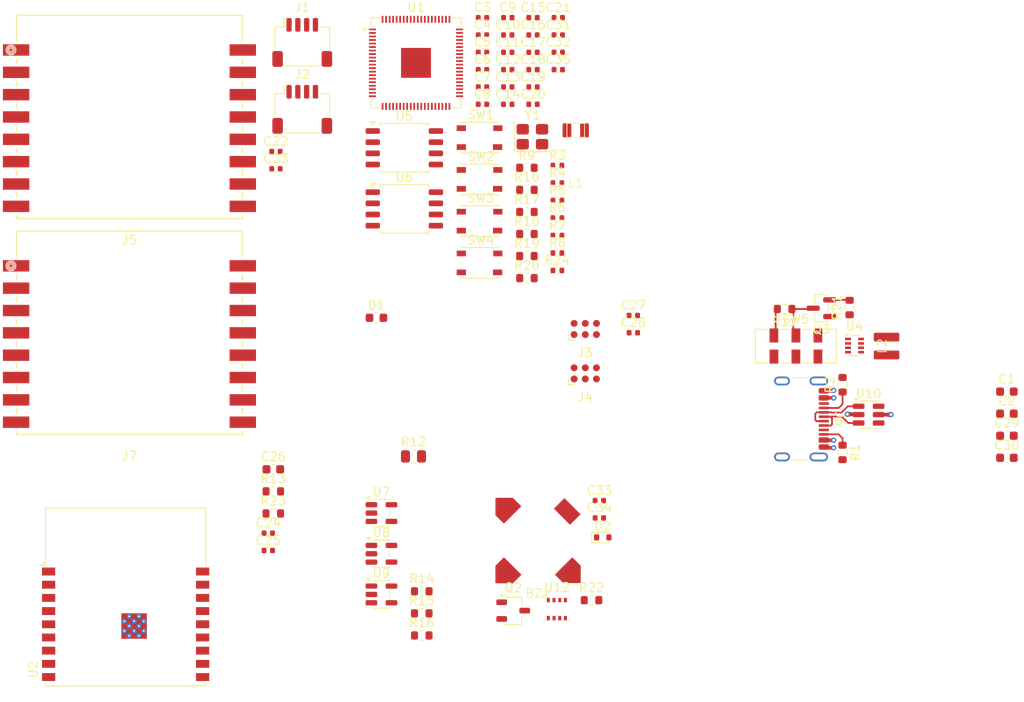
<source format=kicad_pcb>
(kicad_pcb (version 20241229) (generator "pcbnew") (generator_version "9.0")
  (layers (0 "F.Cu" signal) (2 "B.Cu" signal) (13 "F.Paste" user) (15 "B.Paste" user) (5 "F.SilkS" user "F.Silkscreen") (7 "B.SilkS" user "B.Silkscreen") (1 "F.Mask" user) (3 "B.Mask" user) (25 "Edge.Cuts" user))
  (net 0 "")
  (net 1 "+5V")
  (net 10 "/ESP_EN")
  (net 13 "/PERIPHERICS/RP_SDA")
  (net 15 "Net-(BZ1--)")
  (net 16 "Net-(U1-GPIO12)")
  (net 18 "/PERIPHERICS/RP_CLK")
  (net 21 "/RP_NRESET")
  (net 23 "/ESP_BOOT")
  (net 27 "/ESP_RX")
  (net 29 "/ESP_TX")
  (net 30 "Net-(U1-GPIO11)")
  (net 32 "Net-(D1-A)")
  (net 36 "/USB_PORTS/USB0_DN")
  (net 38 "/SDA")
  (net 40 "/USB_PORTS/USB0_DP")
  (net 45 "/SCL")
  (net 47 "/BZZ_PWM")
  (net 48 "Net-(U2-IO8)")
  (net 49 "Net-(R24-Pad1)")
  (net 50 "GND")
  (net 51 "+3V3")
  (net 52 "+3V3_USB")
  (net 54 "Net-(U1-VREG_AVDD)")
  (net 56 "Net-(J6-CC1)")
  (net 57 "Net-(J6-CC2)")
  (net 58 "Net-(U1-VREG_LX)")
  (net 59 "+1V1")
  (net 60 "Net-(U1-XIN)")
  (net 61 "Net-(C19-Pad1)")
  (net 62 "/MK_AIN")
  (net 63 "VUSB0")
  (net 64 "/RP_CLK")
  (net 65 "/RP_SWO")
  (net 66 "+3V3_TC1")
  (net 67 "+3V3_TC2")
  (net 68 "Net-(U1-USB_DP)")
  (net 69 "Net-(U1-USB_DM)")
  (net 70 "Net-(U1-XOUT)")
  (net 71 "Net-(R7-Pad2)")
  (net 72 "Net-(R8-Pad1)")
  (net 73 "/RP2350B/QSPI_SS")
  (net 74 "Net-(U5-~{CS})")
  (net 75 "Net-(U6-~{CS})")
  (net 76 "Net-(U7-EN)")
  (net 77 "Net-(U8-EN)")
  (net 78 "Net-(U9-EN)")
  (net 79 "/RP2350B/QSPI_SCLK")
  (net 80 "/RP2350B/QSPI_SD0")
  (net 81 "/RP_SS1")
  (net 82 "/RP_MOSI")
  (net 83 "/RP_MISO")
  (net 84 "/RP2350B/QSPI_SD1")
  (net 85 "/RP2350B/QSPI_SD3")
  (net 86 "/RP_SWCLK")
  (net 87 "/RP2350B/QSPI_SD2")
  (net 88 "/RP_SWD")
  (net 89 "/MK_RST")
  (net 90 "/MK_RX")
  (net 91 "/MK_TX")
  (net 92 "/MK_PWM")
  (net 96 "Net-(U4-SW)")
  (net 97 "/MK_INT")
  (net 98 "/USB0_DP")
  (net 99 "/USB0_DN")
  (net 101 "/RP_SS0")
  (net 106 "/RP_SS2")
  (net 107 "Net-(Q3-G)")
  (footprint "Resistor_SMD:R_0402_1005Metric" (layer "F.Cu") (at 101.195 66.33)
    (property "Reference" "R7")
    (property "Value" "1K")
  )
  (footprint "Button_Switch_SMD:SW_Push_1P1T_NO_Vertical_Wuerth_434133025816" (layer "F.Cu") (at 92.355 64.7)
    (property "Reference" "SW3")
    (property "Value" "SW_Push")
  )
  (footprint "Capacitor_SMD:C_0402_1005Metric" (layer "F.Cu") (at 92.685 47.47)
    (property "Reference" "C6")
    (property "Value" "4.7uF")
  )
  (footprint "Capacitor_SMD:C_0402_1005Metric" (layer "F.Cu") (at 101.295 45.5)
    (property "Reference" "C32")
    (property "Value" "100nF")
  )
  (footprint "Resistor_SMD:R_0603_1608Metric" (layer "F.Cu") (at 97.735 63.65)
    (property "Reference" "R17")
    (property "Value" "2.2K")
  )
  (footprint "Capacitor_SMD:C_0603_1608Metric" (layer "F.Cu") (at 152.275 91.61)
    (property "Reference" "C30")
    (property "Value" "10uF")
  )
  (footprint "Resistor_SMD:R_0402_1005Metric" (layer "F.Cu") (at 101.195 64.34)
    (property "Reference" "R6")
    (property "Value" "1K")
  )
  (footprint "Inductor_SMD:L_0603_1608Metric" (layer "F.Cu") (at 80.635 75.69)
    (property "Reference" "D1")
    (property "Value" "LG")
  )
  (footprint "Capacitor_SMD:C_0402_1005Metric" (layer "F.Cu") (at 68.345 100.18)
    (property "Reference" "C24")
    (property "Value" "100nF")
  )
  (footprint "Resistor_SMD:R_0603_1608Metric" (layer "F.Cu") (at 85.785 111.81)
    (property "Reference" "R16")
    (property "Value" "10k")
  )
  (footprint "Capacitor_SMD:C_0402_1005Metric" (layer "F.Cu") (at 69.215 58.75)
    (property "Reference" "C23")
    (property "Value" "100nF")
  )
  (footprint "Resistor_SMD:R_0603_1608Metric" (layer "F.Cu") (at 97.735 58.63)
    (property "Reference" "R9")
    (property "Value" "0")
  )
  (footprint "Connector_JST:JST_SH_SM04B-SRSS-TB_1x04-1MP_P1.00mm_Horizontal" (layer "F.Cu") (at 72.205 44.38)
    (property "Reference" "J1")
    (property "Value" "Conn_01x04")
  )
  (footprint "Capacitor_SMD:C_0402_1005Metric" (layer "F.Cu") (at 92.685 43.53)
    (property "Reference" "C4")
    (property "Value" "4.7uF")
  )
  (footprint "Package_DFN_QFN:QFN-80-1EP_10x10mm_P0.4mm_EP3.4x3.4mm" (layer "F.Cu") (at 85.13 46.7)
    (property "Reference" "U1")
    (property "Value" "RP2350B")
  )
  (footprint "Package_TO_SOT_SMD:TSOT-23" (layer "F.Cu") (at 96.175 108.985)
    (property "Reference" "Q2")
    (property "Value" "AO3400A")
  )
  (footprint "Capacitor_SMD:C_0402_1005Metric" (layer "F.Cu") (at 101.295 43.53)
    (property "Reference" "C31")
    (property "Value" "100nF")
  )
  (footprint "Connector:Tag-Connect_TC2030-IDC-NL_2x03_P1.27mm_Vertical" (layer "F.Cu") (at 104.365 82.01)
    (property "Reference" "J4")
    (property "Value" "TC2030")
  )
  (footprint "Package_TO_SOT_SMD:SOT-583-8" (layer "F.Cu") (at 134.96 78.85)
    (property "Reference" "U4")
    (property "Value" "TPS628502")
  )
  (footprint "Resistor_SMD:R_0402_1005Metric" (layer "F.Cu") (at 101.195 58.37)
    (property "Reference" "R3")
    (property "Value" "33")
  )
  (footprint "Resistor_SMD:R_0603_1608Metric" (layer "F.Cu") (at 97.735 68.67)
    (property "Reference" "R19")
    (property "Value" "10k")
  )
  (footprint "Capacitor_SMD:C_0402_1005Metric" (layer "F.Cu") (at 95.555 43.53)
    (property "Reference" "C10")
    (property "Value" "100nF")
  )
  (footprint "Resistor_SMD:R_0603_1608Metric" (layer "F.Cu") (at 97.735 71.18)
    (property "Reference" "R20")
    (property "Value" "10k")
  )
  (footprint "sadman_power_passive:L_1212_3030Metric" (layer "F.Cu") (at 138.6 78.9 90)
    (property "Reference" "L2")
    (property "Value" "680nF")
  )
  (footprint "Capacitor_SMD:C_0402_1005Metric" (layer "F.Cu") (at 98.425 41.56)
    (property "Reference" "C15")
    (property "Value" "100nF")
  )
  (footprint "Resistor_SMD:R_0603_1608Metric" (layer "F.Cu") (at 85.785 109.3)
    (property "Reference" "R15")
    (property "Value" "10k")
  )
  (footprint "Capacitor_SMD:C_0603_1608Metric" (layer "F.Cu") (at 152.275 86.59)
    (property "Reference" "C2")
    (property "Value" "10uF")
  )
  (footprint "Capacitor_SMD:C_0402_1005Metric" (layer "F.Cu") (at 98.425 43.53)
    (property "Reference" "C16")
    (property "Value" "100nF")
  )
  (footprint "Connector:Tag-Connect_TC2030-IDC-NL_2x03_P1.27mm_Vertical" (layer "F.Cu") (at 104.365 76.96)
    (property "Reference" "J3")
    (property "Value" "TC2030")
  )
  (footprint "Capacitor_SMD:C_0402_1005Metric" (layer "F.Cu") (at 92.685 51.41)
    (property "Reference" "C8")
    (property "Value" "4.7uF")
  )
  (footprint "Resistor_SMD:R_0603_1608Metric" (layer "F.Cu") (at 105.075 107.8)
    (property "Reference" "R22")
    (property "Value" "10k")
  )
  (footprint "Button_Switch_SMD:SW_Push_1P1T_NO_Vertical_Wuerth_434133025816" (layer "F.Cu") (at 92.355 55.2)
    (property "Reference" "SW1")
    (property "Value" "SW_Push")
  )
  (footprint "Capacitor_SMD:C_0402_1005Metric" (layer "F.Cu") (at 95.555 51.41)
    (property "Reference" "C14")
    (property "Value" "100nF")
  )
  (footprint "Capacitor_SMD:C_0402_1005Metric" (layer "F.Cu") (at 92.685 41.56)
    (property "Reference" "C3")
    (property "Value" "4.7uF")
  )
  (footprint "Sadman_connectors:CONN2X8_MIKROE-4248_MKE" (layer "F.Cu") (at 52.570197 77.3937)
    (property "Reference" "J7")
    (property "Value" "Conn_02x08_Counter_Clockwise")
  )
  (footprint "Capacitor_SMD:C_0402_1005Metric" (layer "F.Cu") (at 101.295 47.47)
    (property "Reference" "C35")
    (property "Value" "100nF")
  )
  (footprint "Capacitor_SMD:C_0402_1005Metric" (layer "F.Cu") (at 68.345 102.15)
    (property "Reference" "C25")
    (property "Value" "100nF")
  )
  (footprint "Resistor_SMD:R_0603_1608Metric" (layer "F.Cu") (at 134.4 74.525 90)
    (property "Reference" "R21")
    (property "Value" "10k")
  )
  (footprint "Crystal:Crystal_SMD_3225-4Pin_3.2x2.5mm" (layer "F.Cu") (at 98.355 55.1)
    (property "Reference" "Y1")
    (property "Value" "12MHz")
  )
  (footprint "Capacitor_SMD:C_0402_1005Metric" (layer "F.Cu") (at 109.825 75.42)
    (property "Reference" "C27")
    (property "Value" "100nF")
  )
  (footprint "Capacitor_SMD:C_0603_1608Metric" (layer "F.Cu") (at 152.275 89.1)
    (property "Reference" "C29")
    (property "Value" "10uF")
  )
  (footprint "Sadman_audio:SMT-0827-S-HT-R" (layer "F.Cu") (at 99.005 101.02)
    (property "Reference" "BZ1")
    (property "Value" "Buzzer")
  )
  (footprint "sadman_power_passive:L_0806_2016Metric" (layer "F.Cu") (at 103.28 54.375)
    (property "Reference" "L1")
    (property "Value" "3.3uH")
  )
  (footprint "Capacitor_SMD:C_0402_1005Metric" (layer "F.Cu") (at 105.965 98.45)
    (property "Reference" "C34")
    (property "Value" "100nF")
  )
  (footprint "Capacitor_SMD:C_0603_1608Metric" (layer "F.Cu") (at 152.275 84.08)
    (property "Reference" "C1")
    (property "Value" "10uF")
  )
  (footprint "Connector_USB:USB_C_Receptacle_GCT_USB4105-xx-A_16P_TopMnt_Horizontal" (layer "F.Cu") (at 127.795 87.19 -90)
    (property "Reference" "J6")
    (property "Value" "USB_C_Receptacle")
  )
  (footprint "Package_TO_SOT_SMD:SOT-23" (layer "F.Cu") (at 131.2 74.6 180)
    (property "Reference" "Q3")
    (property "Value" "AO3401A")
  )
  (footprint "Capacitor_SMD:C_0402_1005Metric" (layer "F.Cu") (at 95.555 47.47)
    (property "Reference" "C12")
    (property "Value" "100nF")
  )
  (footprint "Capacitor_SMD:C_0402_1005Metric" (layer "F.Cu") (at 101.295 41.56)
    (property "Reference" "C21")
    (property "Value" "100nF")
  )
  (footprint "Resistor_SMD:R_0603_1608Metric" (layer "F.Cu") (at 85.785 106.79)
    (property "Reference" "R14")
    (property "Value" "10k")
  )
  (footprint "Resistor_SMD:R_0402_1005Metric" (layer "F.Cu") (at 101.195 62.35)
    (property "Reference" "R5")
    (property "Value" "27")
  )
  (footprint "Button_Switch_SMD:SW_Push_1P1T_NO_Vertical_Wuerth_434133025816" (layer "F.Cu") (at 92.355 69.45)
    (property "Reference" "SW4")
    (property "Value" "SW_Push")
  )
  (footprint "Capacitor_SMD:C_0402_1005Metric" (layer "F.Cu") (at 95.555 45.5)
    (property "Reference" "C11")
    (property "Value" "100nF")
  )
  (footprint "Package_SO:SOIC-8_5.3x5.3mm_P1.27mm" (layer "F.Cu") (at 83.805 56.355)
    (property "Reference" "U5")
    (property "Value" "W25Q128JVS")
  )
  (footprint "Capacitor_SMD:C_0402_1005Metric" (layer "F.Cu") (at 109.825 77.39)
    (property "Reference" "C28")
    (property "Value" "100nF")
  )
  (footprint "Capacitor_SMD:C_0402_1005Metric" (layer "F.Cu") (at 98.425 49.44)
    (property "Reference" "C19")
    (property "Value" "15pF")
  )
  (footprint "Package_TO_SOT_SMD:SOT-23-5" (layer "F.Cu") (at 81.205 102.52)
    (property "Reference" "U8")
    (property "Value" "MAX40200AUK")
  )
  (footprint "Package_SO:SOIC-8_5.3x5.3mm_P1.27mm" (layer "F.Cu") (at 83.805 63.31)
    (property "Reference" "U6")
    (property "Value" "W25Q128JVS")
  )
  (footprint "Resistor_SMD:R_0805_2012Metric" (layer "F.Cu") (at 84.845 91.45)
    (property "Reference" "R12")
    (property "Value" "200")
  )
  (footprint "Capacitor_SMD:C_0402_1005Metric" (layer "F.Cu") (at 92.685 49.44)
    (property "Reference" "C7")
    (property "Value" "100nF")
  )
  (footprint "Resistor_SMD:R_0603_1608Metric" (layer "F.Cu") (at 133.6 91 -90)
    (property "Reference" "R1")
    (property "Value" "5.1k")
  )
  (footprint "Resistor_SMD:R_0603_1608Metric" (layer "F.Cu") (at 97.735 66.16)
    (property "Reference" "R18")
    (property "Value" "2.2K")
  )
  (footprint "Connector_JST:JST_SH_SM04B-SRSS-TB_1x04-1MP_P1.00mm_Horizontal" (layer "F.Cu") (at 72.205 51.99)
    (property "Reference" "J2")
    (property "Value" "Conn_01x04")
  )
  (footprint "Sadman_connectors:CONN2X8_MIKROE-4248_MKE" (layer "F.Cu") (at 52.570197 52.8479)
    (property "Reference" "J5")
    (property "Value" "Conn_02x08_Counter_Clockwise")
  )
  (footprint "Capacitor_SMD:C_0402_1005Metric" (layer "F.Cu") (at 98.425 51.41)
    (property "Reference" "C20")
    (property "Value" "100nF")
  )
  (footprint "Resistor_SMD:R_0402_1005Metric" (layer "F.Cu") (at 101.195 68.32)
    (property "Reference" "R8")
    (property "Value" "1K")
  )
  (footprint "Capacitor_SMD:C_0402_1005Metric" (layer "F.Cu") (at 92.685 45.5)
    (property "Reference" "C5")
    (property "Value" "100nF")
  )
  (footprint "Capacitor_SMD:C_0402_1005Metric" (layer "F.Cu") (at 98.425 45.5)
    (property "Reference" "C17")
    (property "Value" "100nF")
  )
  (footprint "Capacitor_SMD:C_0402_1005Metric" (layer "F.Cu") (at 95.555 41.56)
    (property "Reference" "C9")
    (property "Value" "100nF")
  )
  (footprint "Resistor_SMD:R_0603_1608Metric" (layer "F.Cu") (at 68.915 97.94)
    (property "Reference" "R23")
    (property "Value" "10k")
  )
  (footprint "Resistor_SMD:R_0603_1608Metric" (layer "F.Cu") (at 127.015897 74.688692 180)
    (property "Reference" "R11")
    (property "Value" "0")
  )
  (footprint "Package_TO_SOT_SMD:SOT-23-5" (layer "F.Cu") (at 81.205 107.145)
    (property "Reference" "U9")
    (property "Value" "MAX40200AUK")
  )
  (footprint "Resistor_SMD:R_0402_1005Metric" (layer "F.Cu") (at 101.195 70.31)
    (property "Reference" "R24")
    (property "Value" "1K")
  )
  (footprint "Capacitor_SMD:C_0402_1005Metric" (layer "F.Cu") (at 69.215 56.78)
    (property "Reference" "C22")
    (property "Value" "100nF")
  )
  (footprint "Package_TO_SOT_SMD:SOT-23-6" (layer "F.Cu") (at 136.5625 86.7)
    (property "Reference" "U10")
    (property "Value" "USBLC6-2SC6")
  )
  (footprint "Diode_SMD:D_SOD-523" (layer "F.Cu") (at 106.35 100.66)
    (property "Reference" "D2")
    (property "Value" "1N4148WT")
  )
  (footprint "Button_Switch_SMD:SW_Push_1P1T_NO_Vertical_Wuerth_434133025816" (layer "F.Cu") (at 92.355 59.95)
    (property "Reference" "SW2")
    (property "Value" "SW_Push")
  )
  (footprint "Package_LGA:Bosch_LGA-8_2.5x2.5mm_P0.65mm_ClockwisePinNumbering" (layer "F.Cu") (at 101.14 108.815)
    (property "Reference" "U12")
    (property "Value" "BME280")
  )
  (footprint "Button_Switch_SMD:SW_DPDT_CK_JS202011JCQN" (layer "F.Cu") (at 128.3 78.9)
    (property "Reference" "SW5")
    (property "Value" "SW")
  )
  (footprint "Capacitor_SMD:C_0603_1608Metric" (layer "F.Cu") (at 68.915 92.92)
    (property "Reference" "C26")
    (property "Value" "10uF")
  )
  (footprint "Resistor_SMD:R_0603_1608Metric" (layer "F.Cu") (at 97.735 61.14)
    (property "Reference" "R10")
    (property "Value" "0")
  )
  (footprint "Resistor_SMD:R_0603_1608Metric" (layer "F.Cu") (at 68.915 95.43)
    (property "Reference" "R13")
    (property "Value" "10k")
  )
  (footprint "Capacitor_SMD:C_0402_1005Metric" (layer "F.Cu") (at 98.425 47.47)
    (property "Reference" "C18")
    (property "Value" "15pF")
  )
  (footprint "Capacitor_SMD:C_0402_1005Metric" (layer "F.Cu") (at 95.555 49.44)
    (property "Reference" "C13")
    (property "Value" "100nF")
  )
  (footprint "Capacitor_SMD:C_0402_1005Metric" (layer "F.Cu") (at 105.965 96.48)
    (property "Reference" "C33")
    (property "Value" "100nF")
  )
  (footprint "Package_TO_SOT_SMD:SOT-23-5" (layer "F.Cu") (at 81.205 97.895)
    (property "Reference" "U7")
    (property "Value" "MAX40200AUK")
  )
  (footprint "Resistor_SMD:R_0402_1005Metric" (layer "F.Cu") (at 101.195 60.36)
    (property "Reference" "R4")
    (property "Value" "27")
  )
  (footprint "Resistor_SMD:R_0603_1608Metric" (layer "F.Cu") (at 133.6 83.3 90)
    (property "Reference" "R2")
    (property "Value" "5.1k")
  )
  (footprint "RF_Module:ESP32-C3-WROOM-02" (layer "F.Cu") (at 52.135 110.54)
    (property "Reference" "U2")
    (property "Value" "ESP32-C3-WROOM-02")
  )
  (segment (start 134.2 85.75) (end 135.425 85.75) (width 0.2) (layer "F.Cu") (net 36))
  (segment (start 130.66 86.44) (end 130.5 86.6) (width 0.2) (layer "F.Cu") (net 36))
  (segment (start 132.337501 86.44) (end 132.362501 86.465) (width 0.2) (layer "F.Cu") (net 36))
  (segment (start 130.64 87.44) (end 131.475 87.44) (width 0.2) (layer "F.Cu") (net 36))
  (segment (start 130.5 87.3) (end 130.64 87.44) (width 0.2) (layer "F.Cu") (net 36))
  (segment (start 133.485 86.465) (end 134.2 85.75) (width 0.2) (layer "F.Cu") (net 36))
  (segment (start 131.475 86.44) (end 132.337501 86.44) (width 0.2) (layer "F.Cu") (net 36))
  (segment (start 132.362501 86.465) (end 133.485 86.465) (width 0.2) (layer "F.Cu") (net 36))
  (segment (start 130.5 86.6) (end 130.5 87.3) (width 0.2) (layer "F.Cu") (net 36))
  (segment (start 131.475 86.44) (end 130.66 86.44) (width 0.2) (layer "F.Cu") (net 36))
  (segment (start 132.362501 86.915) (end 133.515 86.915) (width 0.2) (layer "F.Cu") (net 40))
  (segment (start 132.26 87.94) (end 131.475 87.94) (width 0.2) (layer "F.Cu") (net 40))
  (segment (start 131.475 86.94) (end 132.337501 86.94) (width 0.2) (layer "F.Cu") (net 40))
  (segment (start 133.515 86.915) (end 134.25 87.65) (width 0.2) (layer "F.Cu") (net 40))
  (segment (start 131.475 86.94) (end 132.24 86.94) (width 0.2) (layer "F.Cu") (net 40))
  (segment (start 132.337501 86.94) (end 132.362501 86.915) (width 0.2) (layer "F.Cu") (net 40))
  (segment (start 132.4 87.8) (end 132.26 87.94) (width 0.2) (layer "F.Cu") (net 40))
  (segment (start 132.4 87.1) (end 132.4 87.8) (width 0.2) (layer "F.Cu") (net 40))
  (segment (start 132.24 86.94) (end 132.4 87.1) (width 0.2) (layer "F.Cu") (net 40))
  (segment (start 134.25 87.65) (end 135.425 87.65) (width 0.2) (layer "F.Cu") (net 40))
  (segment (start 131.554058 90.469058) (end 131.475 90.39) (width 0.4) (layer "F.Cu") (net 50))
  (segment (start 131.475 83.99) (end 132.549473 83.99) (width 0.4) (layer "F.Cu") (net 50))
  (segment (start 134.145745 86.652784) (end 135.377784 86.652784) (width 0.4) (layer "F.Cu") (net 50))
  (segment (start 132.582024 90.469058) (end 131.554058 90.469058) (width 0.4) (layer "F.Cu") (net 50))
  (segment (start 132.549473 83.99) (end 132.6 83.939473) (width 0.4) (layer "F.Cu") (net 50))
  (segment (start 135.377784 86.652784) (end 135.425 86.7) (width 0.4) (layer "F.Cu") (net 50))
  (via (at 132.6 83.939473) (size 0.6) (drill 0.3) (layers "F.Cu" "B.Cu") (net 50))
  (via (at 132.582024 90.469058) (size 0.6) (drill 0.3) (layers "F.Cu" "B.Cu") (net 50))
  (via (at 134.145745 86.652784) (size 0.6) (drill 0.3) (layers "F.Cu" "B.Cu") (net 50))
  (segment (start 131.475 85.94) (end 133.16 85.94) (width 0.2) (layer "F.Cu") (net 56))
  (segment (start 133.16 85.94) (end 133.6 85.5) (width 0.2) (layer "F.Cu") (net 56))
  (segment (start 133.6 85.5) (end 133.6 84.125) (width 0.2) (layer "F.Cu") (net 56))
  (segment (start 133.14 88.94) (end 131.475 88.94) (width 0.2) (layer "F.Cu") (net 57))
  (segment (start 133.6 90.175) (end 133.6 89.4) (width 0.2) (layer "F.Cu") (net 57))
  (segment (start 133.6 89.4) (end 133.14 88.94) (width 0.2) (layer "F.Cu") (net 57))
  (segment (start 127.840897 74.688692) (end 130.173808 74.688692) (width 0.2) (layer "F.Cu") (net 63))
  (segment (start 127.840897 74.688692) (end 127.926169 74.773964) (width 0.2) (layer "F.Cu") (net 63))
  (segment (start 127.840897 74.688692) (end 128 74.847795) (width 0.2) (layer "F.Cu") (net 63))
  (segment (start 128 74.847795) (end 128 77.4) (width 0.2) (layer "F.Cu") (net 63))
  (segment (start 139.1 86.7) (end 137.7 86.7) (width 0.4) (layer "F.Cu") (net 63))
  (segment (start 130.173808 74.688692) (end 130.2625 74.6) (width 0.2) (layer "F.Cu") (net 63))
  (segment (start 132.582024 89.608531) (end 131.493531 89.608531) (width 0.4) (layer "F.Cu") (net 63))
  (segment (start 132.59 84.79) (end 132.6 84.8) (width 0.4) (layer "F.Cu") (net 63))
  (segment (start 131.475 84.79) (end 132.59 84.79) (width 0.4) (layer "F.Cu") (net 63))
  (segment (start 128 77.4) (end 128.3 77.7) (width 0.2) (layer "F.Cu") (net 63))
  (segment (start 131.493531 89.608531) (end 131.475 89.59) (width 0.4) (layer "F.Cu") (net 63))
  (via (at 132.582024 89.608531) (size 0.6) (drill 0.3) (layers "F.Cu" "B.Cu") (net 63))
  (via (at 139.1 86.7) (size 0.6) (drill 0.3) (layers "F.Cu" "B.Cu") (net 63))
  (via (at 132.6 84.8) (size 0.6) (drill 0.3) (layers "F.Cu" "B.Cu") (net 63))
  (segment (start 134.35 73.65) (end 134.4 73.7) (width 0.2) (layer "F.Cu") (net 107))
  (segment (start 126.190897 74.688692) (end 126.152691 74.650486) (width 0.2) (layer "F.Cu") (net 107))
  (segment (start 126.103849 74.650486) (end 126.075 74.679335) (width 0.2) (layer "F.Cu") (net 107))
  (segment (start 132.1375 73.65) (end 134.35 73.65) (width 0.2) (layer "F.Cu") (net 107))
  (segment (start 125.8 77.7) (end 126 77.5) (width 0.2) (layer "F.Cu") (net 107))
  (segment (start 126 74.879589) (end 126.190897 74.688692) (width 0.2) (layer "F.Cu") (net 107))
  (segment (start 126.152691 74.650486) (end 126.103849 74.650486) (width 0.2) (layer "F.Cu") (net 107))
  (segment (start 126 77.5) (end 126 74.879589) (width 0.2) (layer "F.Cu") (net 107))
  (segment (start 126.075 77.425) (end 125.8 77.7) (width 0.2) (layer "F.Cu") (net 107))
)
</source>
